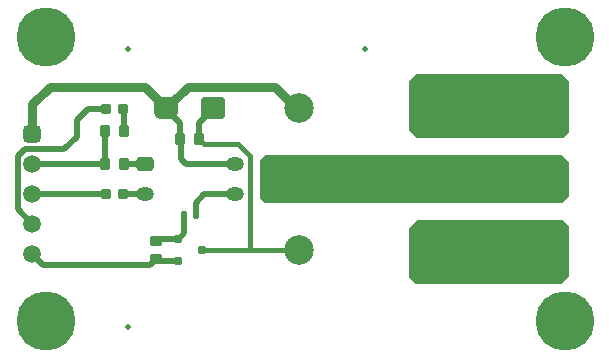
<source format=gtl>
G04*
G04 #@! TF.GenerationSoftware,Altium Limited,Altium Designer,21.2.1 (34)*
G04*
G04 Layer_Physical_Order=1*
G04 Layer_Color=255*
%FSTAX24Y24*%
%MOIN*%
G70*
G04*
G04 #@! TF.SameCoordinates,890909AC-F37D-4DBD-918D-0C65A5470773*
G04*
G04*
G04 #@! TF.FilePolarity,Positive*
G04*
G01*
G75*
G04:AMPARAMS|DCode=16|XSize=23.6mil|YSize=19.7mil|CornerRadius=2mil|HoleSize=0mil|Usage=FLASHONLY|Rotation=270.000|XOffset=0mil|YOffset=0mil|HoleType=Round|Shape=RoundedRectangle|*
%AMROUNDEDRECTD16*
21,1,0.0236,0.0157,0,0,270.0*
21,1,0.0197,0.0197,0,0,270.0*
1,1,0.0039,-0.0079,-0.0098*
1,1,0.0039,-0.0079,0.0098*
1,1,0.0039,0.0079,0.0098*
1,1,0.0039,0.0079,-0.0098*
%
%ADD16ROUNDEDRECTD16*%
G04:AMPARAMS|DCode=17|XSize=70.9mil|YSize=78.7mil|CornerRadius=7.1mil|HoleSize=0mil|Usage=FLASHONLY|Rotation=90.000|XOffset=0mil|YOffset=0mil|HoleType=Round|Shape=RoundedRectangle|*
%AMROUNDEDRECTD17*
21,1,0.0709,0.0646,0,0,90.0*
21,1,0.0567,0.0787,0,0,90.0*
1,1,0.0142,0.0323,0.0283*
1,1,0.0142,0.0323,-0.0283*
1,1,0.0142,-0.0323,-0.0283*
1,1,0.0142,-0.0323,0.0283*
%
%ADD17ROUNDEDRECTD17*%
G04:AMPARAMS|DCode=18|XSize=70.9mil|YSize=78.7mil|CornerRadius=17.7mil|HoleSize=0mil|Usage=FLASHONLY|Rotation=90.000|XOffset=0mil|YOffset=0mil|HoleType=Round|Shape=RoundedRectangle|*
%AMROUNDEDRECTD18*
21,1,0.0709,0.0433,0,0,90.0*
21,1,0.0354,0.0787,0,0,90.0*
1,1,0.0354,0.0217,0.0177*
1,1,0.0354,0.0217,-0.0177*
1,1,0.0354,-0.0217,-0.0177*
1,1,0.0354,-0.0217,0.0177*
%
%ADD18ROUNDEDRECTD18*%
G04:AMPARAMS|DCode=19|XSize=23.6mil|YSize=27.6mil|CornerRadius=3.5mil|HoleSize=0mil|Usage=FLASHONLY|Rotation=90.000|XOffset=0mil|YOffset=0mil|HoleType=Round|Shape=RoundedRectangle|*
%AMROUNDEDRECTD19*
21,1,0.0236,0.0205,0,0,90.0*
21,1,0.0165,0.0276,0,0,90.0*
1,1,0.0071,0.0102,0.0083*
1,1,0.0071,0.0102,-0.0083*
1,1,0.0071,-0.0102,-0.0083*
1,1,0.0071,-0.0102,0.0083*
%
%ADD19ROUNDEDRECTD19*%
G04:AMPARAMS|DCode=20|XSize=37.4mil|YSize=31.5mil|CornerRadius=3.2mil|HoleSize=0mil|Usage=FLASHONLY|Rotation=90.000|XOffset=0mil|YOffset=0mil|HoleType=Round|Shape=RoundedRectangle|*
%AMROUNDEDRECTD20*
21,1,0.0374,0.0252,0,0,90.0*
21,1,0.0311,0.0315,0,0,90.0*
1,1,0.0063,0.0126,0.0156*
1,1,0.0063,0.0126,-0.0156*
1,1,0.0063,-0.0126,-0.0156*
1,1,0.0063,-0.0126,0.0156*
%
%ADD20ROUNDEDRECTD20*%
G04:AMPARAMS|DCode=21|XSize=31.5mil|YSize=31.5mil|CornerRadius=4.7mil|HoleSize=0mil|Usage=FLASHONLY|Rotation=270.000|XOffset=0mil|YOffset=0mil|HoleType=Round|Shape=RoundedRectangle|*
%AMROUNDEDRECTD21*
21,1,0.0315,0.0220,0,0,270.0*
21,1,0.0220,0.0315,0,0,270.0*
1,1,0.0094,-0.0110,-0.0110*
1,1,0.0094,-0.0110,0.0110*
1,1,0.0094,0.0110,0.0110*
1,1,0.0094,0.0110,-0.0110*
%
%ADD21ROUNDEDRECTD21*%
%ADD22C,0.0197*%
G04:AMPARAMS|DCode=23|XSize=37.4mil|YSize=31.5mil|CornerRadius=3.2mil|HoleSize=0mil|Usage=FLASHONLY|Rotation=0.000|XOffset=0mil|YOffset=0mil|HoleType=Round|Shape=RoundedRectangle|*
%AMROUNDEDRECTD23*
21,1,0.0374,0.0252,0,0,0.0*
21,1,0.0311,0.0315,0,0,0.0*
1,1,0.0063,0.0156,-0.0126*
1,1,0.0063,-0.0156,-0.0126*
1,1,0.0063,-0.0156,0.0126*
1,1,0.0063,0.0156,0.0126*
%
%ADD23ROUNDEDRECTD23*%
%ADD41C,0.0180*%
%ADD42C,0.0200*%
%ADD43C,0.0300*%
%ADD44C,0.0984*%
G04:AMPARAMS|DCode=45|XSize=98.4mil|YSize=98.4mil|CornerRadius=24.6mil|HoleSize=0mil|Usage=FLASHONLY|Rotation=0.000|XOffset=0mil|YOffset=0mil|HoleType=Round|Shape=RoundedRectangle|*
%AMROUNDEDRECTD45*
21,1,0.0984,0.0492,0,0,0.0*
21,1,0.0492,0.0984,0,0,0.0*
1,1,0.0492,0.0246,-0.0246*
1,1,0.0492,-0.0246,-0.0246*
1,1,0.0492,-0.0246,0.0246*
1,1,0.0492,0.0246,0.0246*
%
%ADD45ROUNDEDRECTD45*%
G04:AMPARAMS|DCode=46|XSize=118.1mil|YSize=118.1mil|CornerRadius=29.5mil|HoleSize=0mil|Usage=FLASHONLY|Rotation=270.000|XOffset=0mil|YOffset=0mil|HoleType=Round|Shape=RoundedRectangle|*
%AMROUNDEDRECTD46*
21,1,0.1181,0.0591,0,0,270.0*
21,1,0.0591,0.1181,0,0,270.0*
1,1,0.0591,-0.0295,-0.0295*
1,1,0.0591,-0.0295,0.0295*
1,1,0.0591,0.0295,0.0295*
1,1,0.0591,0.0295,-0.0295*
%
%ADD46ROUNDEDRECTD46*%
%ADD47C,0.1181*%
G04:AMPARAMS|DCode=48|XSize=59.1mil|YSize=47.2mil|CornerRadius=11.8mil|HoleSize=0mil|Usage=FLASHONLY|Rotation=0.000|XOffset=0mil|YOffset=0mil|HoleType=Round|Shape=RoundedRectangle|*
%AMROUNDEDRECTD48*
21,1,0.0591,0.0236,0,0,0.0*
21,1,0.0354,0.0472,0,0,0.0*
1,1,0.0236,0.0177,-0.0118*
1,1,0.0236,-0.0177,-0.0118*
1,1,0.0236,-0.0177,0.0118*
1,1,0.0236,0.0177,0.0118*
%
%ADD48ROUNDEDRECTD48*%
%ADD49O,0.0591X0.0472*%
G04:AMPARAMS|DCode=50|XSize=59.1mil|YSize=59.1mil|CornerRadius=14.8mil|HoleSize=0mil|Usage=FLASHONLY|Rotation=270.000|XOffset=0mil|YOffset=0mil|HoleType=Round|Shape=RoundedRectangle|*
%AMROUNDEDRECTD50*
21,1,0.0591,0.0295,0,0,270.0*
21,1,0.0295,0.0591,0,0,270.0*
1,1,0.0295,-0.0148,-0.0148*
1,1,0.0295,-0.0148,0.0148*
1,1,0.0295,0.0148,0.0148*
1,1,0.0295,0.0148,-0.0148*
%
%ADD50ROUNDEDRECTD50*%
%ADD51C,0.0591*%
%ADD52C,0.1969*%
G36*
X02944Y020981D02*
X02944Y019292D01*
X029242Y019094D01*
X024396Y019094D01*
X024125Y019366D01*
Y020987D01*
X024364Y021227D01*
X029194Y021227D01*
X02944Y020981D01*
D02*
G37*
G36*
X029214Y018507D02*
X02944Y018281D01*
X02944Y017142D01*
X029204Y016907D01*
X019324Y016907D01*
X019164Y017067D01*
X019164Y018367D01*
X019304Y018507D01*
X029214Y018507D01*
D02*
G37*
G36*
X029242Y016339D02*
X02944Y016141D01*
X02944Y014452D01*
X029194Y014207D01*
X024364Y014207D01*
X024125Y014446D01*
Y016067D01*
X024396Y016339D01*
X029242Y016339D01*
D02*
G37*
D16*
X016617Y016535D02*
D03*
X017011D02*
D03*
D17*
X017601Y020079D02*
D03*
D18*
X016027D02*
D03*
D19*
X017208Y015354D02*
D03*
X01642Y01498D02*
D03*
Y015728D02*
D03*
D20*
X016499Y019048D02*
D03*
X017129D02*
D03*
X014617Y019337D02*
D03*
X013987D02*
D03*
X014617Y018217D02*
D03*
X013987D02*
D03*
D21*
X014597Y017217D02*
D03*
X014007D02*
D03*
X014597Y020057D02*
D03*
X014007D02*
D03*
D22*
X014764Y012795D02*
D03*
X022638Y022047D02*
D03*
X014764D02*
D03*
D23*
X015694Y015669D02*
D03*
Y015039D02*
D03*
D41*
X017214Y015354D02*
X018815D01*
Y015354D02*
Y018499D01*
X018416Y018898D02*
X018815Y018499D01*
X017226Y018951D02*
X017279Y018898D01*
X018416D01*
X018815Y015354D02*
X020368D01*
D42*
X011069Y016712D02*
X011564Y016217D01*
X011069Y016712D02*
Y018482D01*
X011303Y018717D02*
X012632D01*
X011069Y018482D02*
X011303Y018717D01*
X012632D02*
X013037Y019121D01*
X013987Y018217D02*
Y019337D01*
Y018167D02*
Y018217D01*
X011564Y018217D02*
X013937D01*
X013987Y018167D01*
X011564Y018217D02*
X011564Y018217D01*
X014617Y018167D02*
X014642Y018192D01*
X015289D02*
X015314Y018217D01*
X015314Y018217D01*
X014617Y018217D02*
X014617Y018217D01*
X015314D01*
X014597Y017267D02*
X014622Y017242D01*
X014597Y017217D02*
X015314D01*
X011564D02*
X014007D01*
X014607Y019346D02*
X014617Y019337D01*
X014607Y019346D02*
Y020047D01*
X014597Y020057D02*
X014607Y020047D01*
X016027Y020059D02*
Y020079D01*
X016499Y019048D02*
Y019587D01*
X016027Y020059D02*
X016499Y019587D01*
X016507Y018391D02*
Y01904D01*
X016499Y019048D02*
X016507Y01904D01*
Y018391D02*
X016681Y018217D01*
X018314D01*
X017621Y020079D02*
X01768D01*
X017129Y019048D02*
Y019587D01*
X017621Y020079D01*
X017292Y017217D02*
X018314D01*
X017011Y016935D02*
X017292Y017217D01*
X017011Y016535D02*
Y016935D01*
X015752Y014982D02*
X015897D01*
X015898Y01498D01*
X015694Y015039D02*
X015752Y014982D01*
X015898Y01498D02*
X01642D01*
X015752Y015727D02*
X015897D01*
X015694Y015669D02*
X015752Y015727D01*
X015897D02*
X015898Y015728D01*
X01644D01*
X016617Y015906D01*
Y016535D01*
X01549Y014859D02*
X015607Y014976D01*
Y014982D02*
X015665Y015039D01*
X011564Y015217D02*
X011564D01*
X011922Y014859D02*
X01549D01*
X011564Y015217D02*
X011922Y014859D01*
X015607Y014976D02*
Y014982D01*
X013402Y020057D02*
X013852D01*
X013037Y019691D02*
X013402Y020057D01*
X013037Y019121D02*
Y019691D01*
D43*
X016027Y020079D02*
Y020098D01*
X016211Y020283D02*
X016231D01*
X016739Y020791D02*
X019656D01*
X016027Y020098D02*
X016211Y020283D01*
X016231D02*
X016739Y020791D01*
X015314D02*
X016027Y020079D01*
X011564Y019217D02*
Y020208D01*
X012147Y020791D02*
X015314D01*
X011564Y020208D02*
X012147Y020791D01*
X019656D02*
X020368Y020079D01*
D44*
X020447Y015354D02*
D03*
X02525Y020079D02*
D03*
Y015354D02*
D03*
X020447Y020079D02*
D03*
D45*
X01966Y017717D02*
D03*
D46*
X028509Y015748D02*
D03*
D47*
Y017716D02*
D03*
Y019685D02*
D03*
D48*
X015314Y018217D02*
D03*
D49*
Y017217D02*
D03*
X018314D02*
D03*
Y018217D02*
D03*
D50*
X011564Y019217D02*
D03*
D51*
Y018217D02*
D03*
Y017217D02*
D03*
Y016217D02*
D03*
Y015217D02*
D03*
D52*
X012008Y022441D02*
D03*
X029331Y012992D02*
D03*
Y022441D02*
D03*
X012008Y012992D02*
D03*
M02*

</source>
